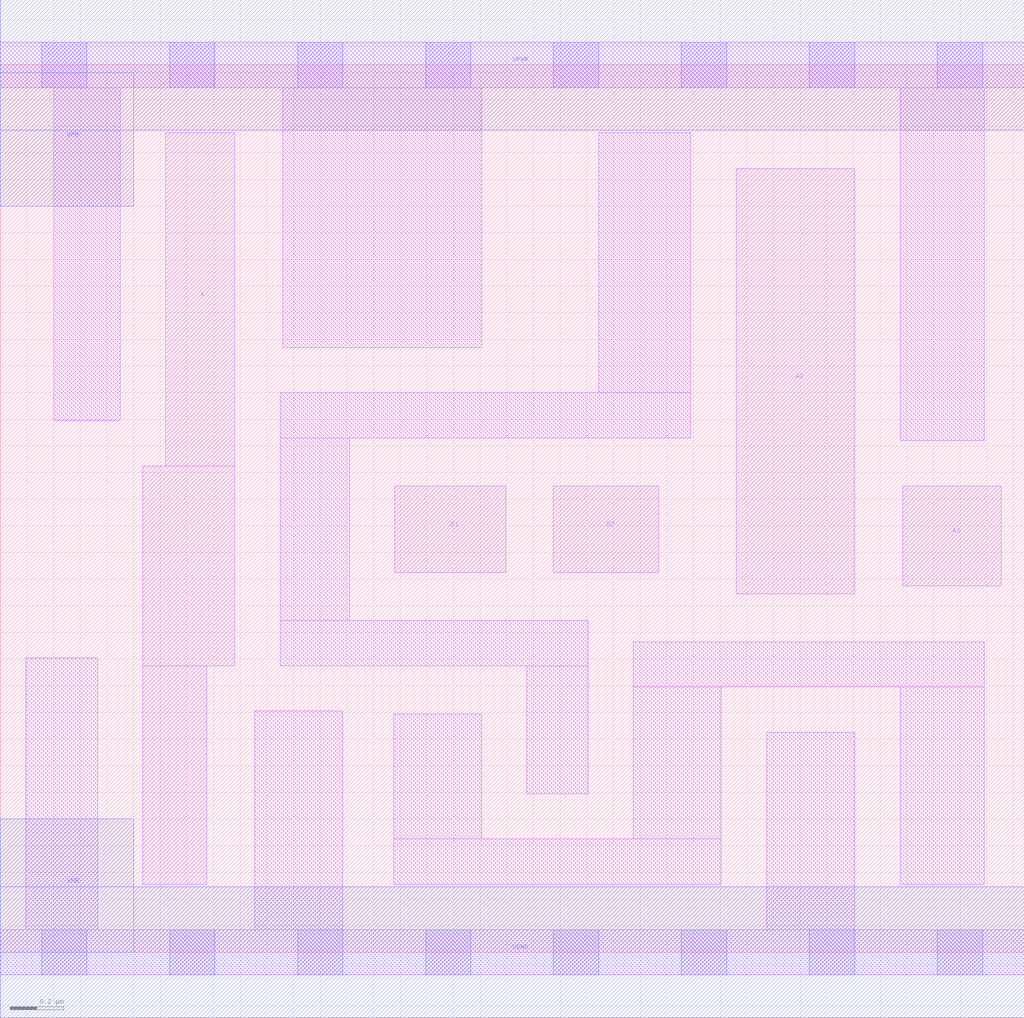
<source format=lef>
# Copyright 2020 The SkyWater PDK Authors
#
# Licensed under the Apache License, Version 2.0 (the "License");
# you may not use this file except in compliance with the License.
# You may obtain a copy of the License at
#
#     https://www.apache.org/licenses/LICENSE-2.0
#
# Unless required by applicable law or agreed to in writing, software
# distributed under the License is distributed on an "AS IS" BASIS,
# WITHOUT WARRANTIES OR CONDITIONS OF ANY KIND, either express or implied.
# See the License for the specific language governing permissions and
# limitations under the License.
#
# SPDX-License-Identifier: Apache-2.0

VERSION 5.5 ;
NAMESCASESENSITIVE ON ;
BUSBITCHARS "[]" ;
DIVIDERCHAR "/" ;
MACRO sky130_fd_sc_lp__o22a_2
  CLASS CORE ;
  SOURCE USER ;
  ORIGIN  0.000000  0.000000 ;
  SIZE  3.840000 BY  3.330000 ;
  SYMMETRY X Y R90 ;
  SITE unit ;
  PIN A1
    ANTENNAGATEAREA  0.315000 ;
    DIRECTION INPUT ;
    USE SIGNAL ;
    PORT
      LAYER li1 ;
        RECT 3.385000 1.375000 3.755000 1.750000 ;
    END
  END A1
  PIN A2
    ANTENNAGATEAREA  0.315000 ;
    DIRECTION INPUT ;
    USE SIGNAL ;
    PORT
      LAYER li1 ;
        RECT 2.760000 1.345000 3.205000 2.940000 ;
    END
  END A2
  PIN B1
    ANTENNAGATEAREA  0.315000 ;
    DIRECTION INPUT ;
    USE SIGNAL ;
    PORT
      LAYER li1 ;
        RECT 1.480000 1.425000 1.895000 1.750000 ;
    END
  END B1
  PIN B2
    ANTENNAGATEAREA  0.315000 ;
    DIRECTION INPUT ;
    USE SIGNAL ;
    PORT
      LAYER li1 ;
        RECT 2.075000 1.425000 2.470000 1.750000 ;
    END
  END B2
  PIN X
    ANTENNADIFFAREA  0.588000 ;
    DIRECTION OUTPUT ;
    USE SIGNAL ;
    PORT
      LAYER li1 ;
        RECT 0.535000 0.255000 0.775000 1.075000 ;
        RECT 0.535000 1.075000 0.880000 1.825000 ;
        RECT 0.620000 1.825000 0.880000 3.075000 ;
    END
  END X
  PIN VGND
    DIRECTION INOUT ;
    USE GROUND ;
    PORT
      LAYER met1 ;
        RECT 0.000000 -0.245000 3.840000 0.245000 ;
    END
  END VGND
  PIN VNB
    DIRECTION INOUT ;
    USE GROUND ;
    PORT
      LAYER met1 ;
        RECT 0.000000 0.000000 0.500000 0.500000 ;
    END
  END VNB
  PIN VPB
    DIRECTION INOUT ;
    USE POWER ;
    PORT
      LAYER met1 ;
        RECT 0.000000 2.800000 0.500000 3.300000 ;
    END
  END VPB
  PIN VPWR
    DIRECTION INOUT ;
    USE POWER ;
    PORT
      LAYER met1 ;
        RECT 0.000000 3.085000 3.840000 3.575000 ;
    END
  END VPWR
  OBS
    LAYER li1 ;
      RECT 0.000000 -0.085000 3.840000 0.085000 ;
      RECT 0.000000  3.245000 3.840000 3.415000 ;
      RECT 0.095000  0.085000 0.365000 1.105000 ;
      RECT 0.200000  1.995000 0.450000 3.245000 ;
      RECT 0.955000  0.085000 1.285000 0.905000 ;
      RECT 1.050000  1.075000 2.205000 1.245000 ;
      RECT 1.050000  1.245000 1.310000 1.930000 ;
      RECT 1.050000  1.930000 2.590000 2.100000 ;
      RECT 1.060000  2.270000 1.805000 3.245000 ;
      RECT 1.475000  0.255000 2.705000 0.425000 ;
      RECT 1.475000  0.425000 1.805000 0.895000 ;
      RECT 1.975000  0.595000 2.205000 1.075000 ;
      RECT 2.245000  2.100000 2.590000 3.075000 ;
      RECT 2.375000  0.425000 2.705000 0.995000 ;
      RECT 2.375000  0.995000 3.690000 1.165000 ;
      RECT 2.875000  0.085000 3.205000 0.825000 ;
      RECT 3.375000  0.255000 3.690000 0.995000 ;
      RECT 3.375000  1.920000 3.690000 3.245000 ;
    LAYER mcon ;
      RECT 0.155000 -0.085000 0.325000 0.085000 ;
      RECT 0.155000  3.245000 0.325000 3.415000 ;
      RECT 0.635000 -0.085000 0.805000 0.085000 ;
      RECT 0.635000  3.245000 0.805000 3.415000 ;
      RECT 1.115000 -0.085000 1.285000 0.085000 ;
      RECT 1.115000  3.245000 1.285000 3.415000 ;
      RECT 1.595000 -0.085000 1.765000 0.085000 ;
      RECT 1.595000  3.245000 1.765000 3.415000 ;
      RECT 2.075000 -0.085000 2.245000 0.085000 ;
      RECT 2.075000  3.245000 2.245000 3.415000 ;
      RECT 2.555000 -0.085000 2.725000 0.085000 ;
      RECT 2.555000  3.245000 2.725000 3.415000 ;
      RECT 3.035000 -0.085000 3.205000 0.085000 ;
      RECT 3.035000  3.245000 3.205000 3.415000 ;
      RECT 3.515000 -0.085000 3.685000 0.085000 ;
      RECT 3.515000  3.245000 3.685000 3.415000 ;
  END
END sky130_fd_sc_lp__o22a_2
END LIBRARY

</source>
